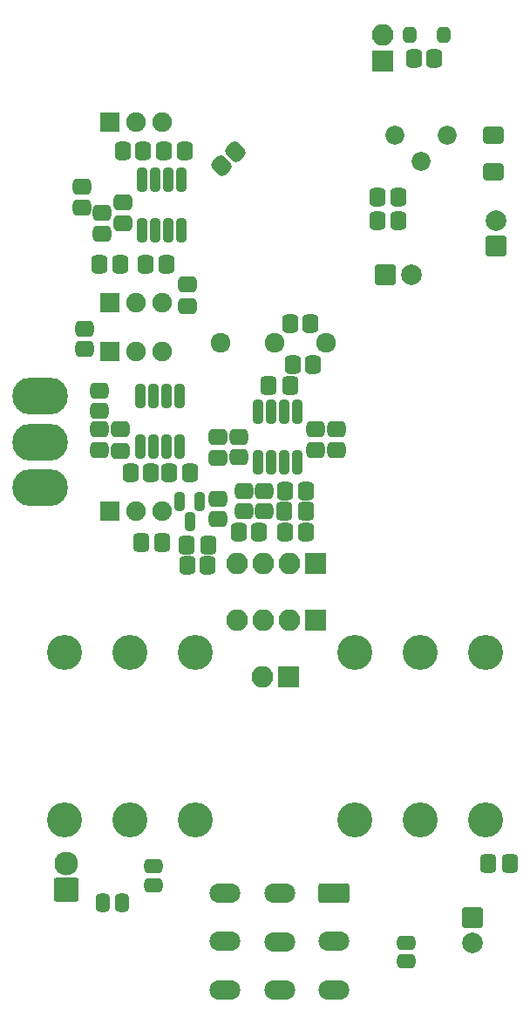
<source format=gbr>
%TF.GenerationSoftware,KiCad,Pcbnew,7.0.6-7.0.6~ubuntu22.04.1*%
%TF.CreationDate,2023-07-17T17:36:07+01:00*%
%TF.ProjectId,phasenom,70686173-656e-46f6-9d2e-6b696361645f,rev?*%
%TF.SameCoordinates,Original*%
%TF.FileFunction,Soldermask,Top*%
%TF.FilePolarity,Negative*%
%FSLAX46Y46*%
G04 Gerber Fmt 4.6, Leading zero omitted, Abs format (unit mm)*
G04 Created by KiCad (PCBNEW 7.0.6-7.0.6~ubuntu22.04.1) date 2023-07-17 17:36:07*
%MOMM*%
%LPD*%
G01*
G04 APERTURE LIST*
G04 Aperture macros list*
%AMRoundRect*
0 Rectangle with rounded corners*
0 $1 Rounding radius*
0 $2 $3 $4 $5 $6 $7 $8 $9 X,Y pos of 4 corners*
0 Add a 4 corners polygon primitive as box body*
4,1,4,$2,$3,$4,$5,$6,$7,$8,$9,$2,$3,0*
0 Add four circle primitives for the rounded corners*
1,1,$1+$1,$2,$3*
1,1,$1+$1,$4,$5*
1,1,$1+$1,$6,$7*
1,1,$1+$1,$8,$9*
0 Add four rect primitives between the rounded corners*
20,1,$1+$1,$2,$3,$4,$5,0*
20,1,$1+$1,$4,$5,$6,$7,0*
20,1,$1+$1,$6,$7,$8,$9,0*
20,1,$1+$1,$8,$9,$2,$3,0*%
G04 Aperture macros list end*
%ADD10RoundRect,0.200000X-0.800000X0.800000X-0.800000X-0.800000X0.800000X-0.800000X0.800000X0.800000X0*%
%ADD11C,2.000000*%
%ADD12RoundRect,0.450000X-0.337500X-0.475000X0.337500X-0.475000X0.337500X0.475000X-0.337500X0.475000X0*%
%ADD13RoundRect,0.200000X-0.800000X-0.800000X0.800000X-0.800000X0.800000X0.800000X-0.800000X0.800000X0*%
%ADD14RoundRect,0.450000X0.475000X-0.337500X0.475000X0.337500X-0.475000X0.337500X-0.475000X-0.337500X0*%
%ADD15RoundRect,0.200000X1.000000X0.950000X-1.000000X0.950000X-1.000000X-0.950000X1.000000X-0.950000X0*%
%ADD16C,2.300000*%
%ADD17RoundRect,0.425000X0.225000X0.375000X-0.225000X0.375000X-0.225000X-0.375000X0.225000X-0.375000X0*%
%ADD18O,2.100000X2.100000*%
%ADD19RoundRect,0.200000X0.850000X0.850000X-0.850000X0.850000X-0.850000X-0.850000X0.850000X-0.850000X0*%
%ADD20C,3.400000*%
%ADD21RoundRect,0.200000X-0.850000X0.850000X-0.850000X-0.850000X0.850000X-0.850000X0.850000X0.850000X0*%
%ADD22RoundRect,0.350000X-0.150000X0.587500X-0.150000X-0.587500X0.150000X-0.587500X0.150000X0.587500X0*%
%ADD23RoundRect,0.200000X-0.750000X-0.750000X0.750000X-0.750000X0.750000X0.750000X-0.750000X0.750000X0*%
%ADD24C,1.900000*%
%ADD25RoundRect,0.450000X-0.450000X0.262500X-0.450000X-0.262500X0.450000X-0.262500X0.450000X0.262500X0*%
%ADD26RoundRect,0.450000X-0.262500X-0.450000X0.262500X-0.450000X0.262500X0.450000X-0.262500X0.450000X0*%
%ADD27RoundRect,0.450000X-0.450000X0.350000X-0.450000X-0.350000X0.450000X-0.350000X0.450000X0.350000X0*%
%ADD28RoundRect,0.450000X0.350000X0.450000X-0.350000X0.450000X-0.350000X-0.450000X0.350000X-0.450000X0*%
%ADD29RoundRect,0.200000X1.300000X0.750000X-1.300000X0.750000X-1.300000X-0.750000X1.300000X-0.750000X0*%
%ADD30O,3.000000X1.900000*%
%ADD31RoundRect,0.200000X0.800000X-0.800000X0.800000X0.800000X-0.800000X0.800000X-0.800000X-0.800000X0*%
%ADD32C,1.840000*%
%ADD33RoundRect,0.350000X0.150000X-0.825000X0.150000X0.825000X-0.150000X0.825000X-0.150000X-0.825000X0*%
%ADD34O,5.400000X3.600000*%
%ADD35RoundRect,0.450000X-0.070711X0.565685X-0.565685X0.070711X0.070711X-0.565685X0.565685X-0.070711X0*%
%ADD36RoundRect,0.450000X-0.350000X-0.450000X0.350000X-0.450000X0.350000X0.450000X-0.350000X0.450000X0*%
%ADD37RoundRect,0.450000X0.450000X-0.350000X0.450000X0.350000X-0.450000X0.350000X-0.450000X-0.350000X0*%
%ADD38RoundRect,0.450000X0.600000X-0.400000X0.600000X0.400000X-0.600000X0.400000X-0.600000X-0.400000X0*%
%ADD39RoundRect,0.450000X0.337500X0.475000X-0.337500X0.475000X-0.337500X-0.475000X0.337500X-0.475000X0*%
%ADD40C,1.924000*%
G04 APERTURE END LIST*
D10*
%TO.C,C2*%
X162000000Y-140200000D03*
D11*
X162000000Y-142700000D03*
%TD*%
D12*
%TO.C,C4*%
X134222500Y-104050000D03*
X136297500Y-104050000D03*
%TD*%
D13*
%TO.C,C6*%
X153510000Y-77800000D03*
D11*
X156010000Y-77800000D03*
%TD*%
D14*
%TO.C,C10*%
X134260000Y-80837500D03*
X134260000Y-78762500D03*
%TD*%
D15*
%TO.C,D1*%
X122500000Y-137540000D03*
D16*
X122500000Y-135000000D03*
%TD*%
D17*
%TO.C,D2*%
X155860000Y-54550000D03*
X159160000Y-54550000D03*
%TD*%
D18*
%TO.C,J1*%
X153260000Y-54550000D03*
D19*
X153260000Y-57090000D03*
%TD*%
D20*
%TO.C,IN1*%
X156925000Y-114500000D03*
X156925000Y-130730000D03*
X163275000Y-114500000D03*
X163275000Y-130730000D03*
X150575000Y-114500000D03*
X150575000Y-130730000D03*
%TD*%
%TO.C,OUT1*%
X128660000Y-130730000D03*
X128660000Y-114500000D03*
X122310000Y-130730000D03*
X122310000Y-114500000D03*
X135010000Y-130730000D03*
X135010000Y-114500000D03*
%TD*%
D21*
%TO.C,J4*%
X144140000Y-116810000D03*
D18*
X141600000Y-116810000D03*
%TD*%
D22*
%TO.C,Q1*%
X135460000Y-99862500D03*
X133560000Y-99862500D03*
X134510000Y-101737500D03*
%TD*%
D23*
%TO.C,Q3*%
X126720000Y-85300000D03*
D24*
X129260000Y-85300000D03*
X131800000Y-85300000D03*
%TD*%
D25*
%TO.C,R1*%
X155500000Y-142637500D03*
X155500000Y-144462500D03*
%TD*%
D26*
%TO.C,R2*%
X126097500Y-138800000D03*
X127922500Y-138800000D03*
%TD*%
D25*
%TO.C,R3*%
X131010000Y-135225000D03*
X131010000Y-137050000D03*
%TD*%
D27*
%TO.C,R28*%
X124010000Y-69300000D03*
X124010000Y-71300000D03*
%TD*%
D28*
%TO.C,R29*%
X156260000Y-56800000D03*
X158260000Y-56800000D03*
%TD*%
%TO.C,R30*%
X154760000Y-70300000D03*
X152760000Y-70300000D03*
%TD*%
D29*
%TO.C,SW99*%
X148550000Y-137825000D03*
D30*
X143250000Y-137825000D03*
X137950000Y-137825000D03*
X148550000Y-142525000D03*
X143250000Y-142550000D03*
X137950000Y-142525000D03*
X148550000Y-147225000D03*
X143250000Y-147225000D03*
X137950000Y-147225000D03*
%TD*%
D31*
%TO.C,C14*%
X164260000Y-75050000D03*
D11*
X164260000Y-72550000D03*
%TD*%
D32*
%TO.C,RT1*%
X159510000Y-64300000D03*
X156970000Y-66840000D03*
X154430000Y-64300000D03*
%TD*%
D33*
%TO.C,U3*%
X129855000Y-68575000D03*
X131125000Y-68575000D03*
X132395000Y-68575000D03*
X133665000Y-68575000D03*
X133665000Y-73525000D03*
X132395000Y-73525000D03*
X131125000Y-73525000D03*
X129855000Y-73525000D03*
%TD*%
%TO.C,U2*%
X129720000Y-89550000D03*
X130990000Y-89550000D03*
X132260000Y-89550000D03*
X133530000Y-89550000D03*
X133530000Y-94500000D03*
X132260000Y-94500000D03*
X130990000Y-94500000D03*
X129720000Y-94500000D03*
%TD*%
%TO.C,U1*%
X141105000Y-91075000D03*
X142375000Y-91075000D03*
X143645000Y-91075000D03*
X144915000Y-91075000D03*
X144915000Y-96025000D03*
X143645000Y-96025000D03*
X142375000Y-96025000D03*
X141105000Y-96025000D03*
%TD*%
D34*
%TO.C,SW2*%
X120010000Y-89600000D03*
X120010000Y-94050000D03*
X120010000Y-98500000D03*
%TD*%
D28*
%TO.C,R27*%
X132010000Y-65800000D03*
X134010000Y-65800000D03*
%TD*%
D35*
%TO.C,R26*%
X137552893Y-67257107D03*
X138967107Y-65842893D03*
%TD*%
D36*
%TO.C,R25*%
X130010000Y-65800000D03*
X128010000Y-65800000D03*
%TD*%
D27*
%TO.C,R24*%
X126010000Y-73800000D03*
X126010000Y-71800000D03*
%TD*%
D36*
%TO.C,R23*%
X132260000Y-76800000D03*
X130260000Y-76800000D03*
%TD*%
D28*
%TO.C,R22*%
X125760000Y-76800000D03*
X127760000Y-76800000D03*
%TD*%
D37*
%TO.C,R21*%
X125760000Y-89050000D03*
X125760000Y-91050000D03*
%TD*%
D27*
%TO.C,R20*%
X124260000Y-85050000D03*
X124260000Y-83050000D03*
%TD*%
D37*
%TO.C,R19*%
X125760000Y-92800000D03*
X125760000Y-94800000D03*
%TD*%
D28*
%TO.C,R18*%
X132510000Y-97050000D03*
X134510000Y-97050000D03*
%TD*%
D37*
%TO.C,R17*%
X139260000Y-93550000D03*
X139260000Y-95550000D03*
%TD*%
D28*
%TO.C,R16*%
X128760000Y-97050000D03*
X130760000Y-97050000D03*
%TD*%
D36*
%TO.C,R15*%
X154760000Y-72550000D03*
X152760000Y-72550000D03*
%TD*%
%TO.C,R14*%
X146260000Y-82550000D03*
X144260000Y-82550000D03*
%TD*%
%TO.C,R13*%
X146510000Y-86550000D03*
X144510000Y-86550000D03*
%TD*%
D37*
%TO.C,R12*%
X148760000Y-92800000D03*
X148760000Y-94800000D03*
%TD*%
D27*
%TO.C,R11*%
X146760000Y-94800000D03*
X146760000Y-92800000D03*
%TD*%
D28*
%TO.C,R10*%
X139260000Y-102800000D03*
X141260000Y-102800000D03*
%TD*%
D27*
%TO.C,R9*%
X139760000Y-100800000D03*
X139760000Y-98800000D03*
%TD*%
D36*
%TO.C,R8*%
X136260000Y-106050000D03*
X134260000Y-106050000D03*
%TD*%
D27*
%TO.C,R7*%
X137260000Y-101550000D03*
X137260000Y-99550000D03*
%TD*%
%TO.C,R6*%
X141760000Y-100800000D03*
X141760000Y-98800000D03*
%TD*%
D36*
%TO.C,R5*%
X145760000Y-98800000D03*
X143760000Y-98800000D03*
%TD*%
D28*
%TO.C,R4*%
X145760000Y-102800000D03*
X143760000Y-102800000D03*
%TD*%
D23*
%TO.C,Q5*%
X126710000Y-63000000D03*
D24*
X129250000Y-63000000D03*
X131790000Y-63000000D03*
%TD*%
D23*
%TO.C,Q4*%
X126710000Y-80550000D03*
D24*
X129250000Y-80550000D03*
X131790000Y-80550000D03*
%TD*%
%TO.C,Q2*%
X131790000Y-100750000D03*
X129250000Y-100750000D03*
D23*
X126710000Y-100750000D03*
%TD*%
D38*
%TO.C,D3*%
X164010000Y-67800000D03*
X164010000Y-64300000D03*
%TD*%
D14*
%TO.C,C11*%
X128010000Y-70762500D03*
X128010000Y-72837500D03*
%TD*%
%TO.C,C9*%
X127760000Y-92800000D03*
X127760000Y-94875000D03*
%TD*%
D12*
%TO.C,C8*%
X131835000Y-103800000D03*
X129760000Y-103800000D03*
%TD*%
D14*
%TO.C,C7*%
X137260000Y-93550000D03*
X137260000Y-95625000D03*
%TD*%
D12*
%TO.C,C5*%
X144260000Y-88550000D03*
X142185000Y-88550000D03*
%TD*%
D39*
%TO.C,C3*%
X145797500Y-100800000D03*
X143722500Y-100800000D03*
%TD*%
D12*
%TO.C,C1*%
X165585000Y-135000000D03*
X163510000Y-135000000D03*
%TD*%
D40*
%TO.C,RV1*%
X147760000Y-84445832D03*
X142760000Y-84445832D03*
X137510000Y-84445832D03*
%TD*%
D21*
%TO.C,JOVGI1*%
X146700000Y-111350000D03*
D18*
X144160000Y-111350000D03*
X141620000Y-111350000D03*
X139080000Y-111350000D03*
%TD*%
D21*
%TO.C,JOVGI2*%
X146700000Y-105800000D03*
D18*
X144160000Y-105800000D03*
X141620000Y-105800000D03*
X139080000Y-105800000D03*
%TD*%
M02*

</source>
